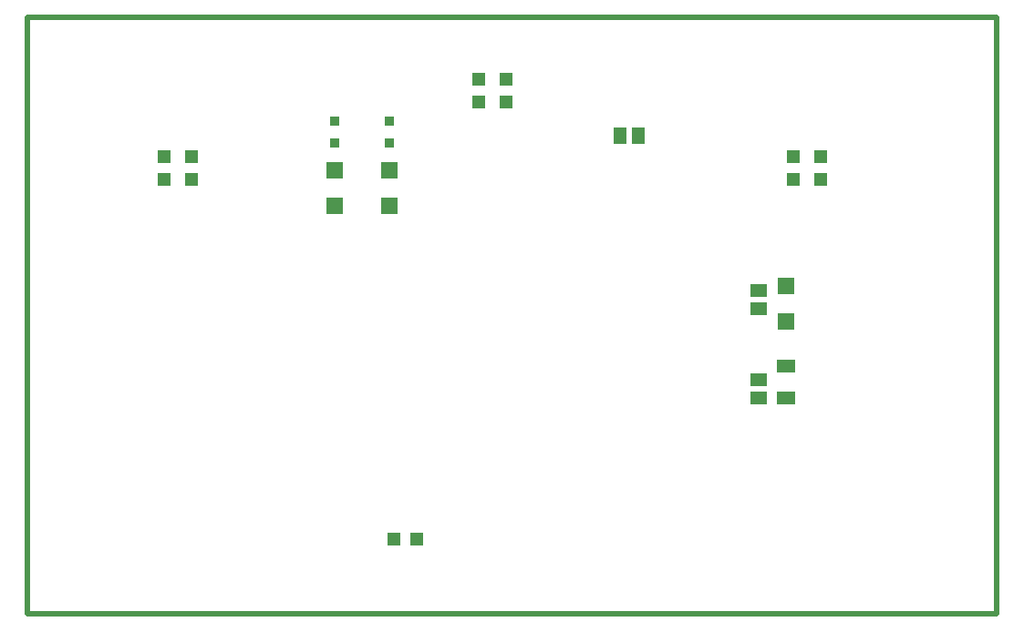
<source format=gtp>
G04*
G04 #@! TF.GenerationSoftware,Altium Limited,Altium Designer,19.1.5 (86)*
G04*
G04 Layer_Color=8421504*
%FSLAX25Y25*%
%MOIN*%
G70*
G01*
G75*
%ADD14C,0.02000*%
%ADD15R,0.06000X0.06000*%
%ADD16R,0.05000X0.05000*%
%ADD17R,0.07087X0.05118*%
%ADD18R,0.03543X0.03543*%
%ADD19R,0.05906X0.05118*%
%ADD20R,0.05118X0.05906*%
%ADD21R,0.05000X0.05000*%
D14*
X0Y276000D02*
X354500D01*
X-0Y57500D02*
X0Y276000D01*
X-0Y57500D02*
X354500D01*
X354500Y276000D01*
D15*
X277500Y177500D02*
D03*
Y164500D02*
D03*
X112500Y220000D02*
D03*
Y207000D02*
D03*
X132500Y220000D02*
D03*
Y207000D02*
D03*
D16*
X142500Y85000D02*
D03*
X134100D02*
D03*
D17*
X277500Y136791D02*
D03*
Y148209D02*
D03*
D18*
X132500Y238120D02*
D03*
Y230000D02*
D03*
X112500Y238120D02*
D03*
Y230000D02*
D03*
D19*
X267500Y175847D02*
D03*
Y169153D02*
D03*
Y136653D02*
D03*
Y143347D02*
D03*
D20*
X223346Y232500D02*
D03*
X216653D02*
D03*
D21*
X50000Y216600D02*
D03*
Y225000D02*
D03*
X165000Y253400D02*
D03*
Y245000D02*
D03*
X290000Y225000D02*
D03*
Y216600D02*
D03*
X60000Y225000D02*
D03*
Y216600D02*
D03*
X175000Y245000D02*
D03*
Y253400D02*
D03*
X280000Y216600D02*
D03*
Y225000D02*
D03*
M02*

</source>
